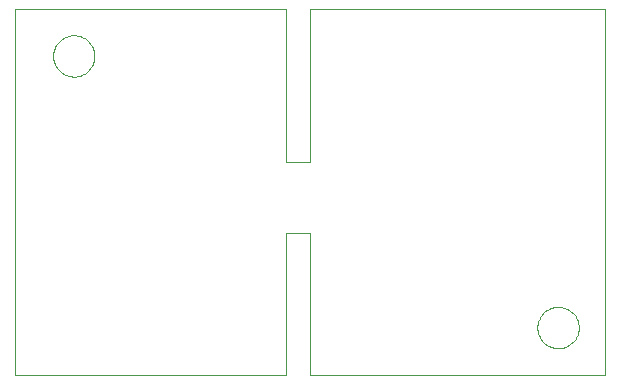
<source format=gm1>
G75*
%MOIN*%
%OFA0B0*%
%FSLAX24Y24*%
%IPPOS*%
%LPD*%
%AMOC8*
5,1,8,0,0,1.08239X$1,22.5*
%
%ADD10C,0.0000*%
D10*
X000401Y000763D02*
X000401Y012967D01*
X009456Y012967D01*
X009456Y007849D01*
X010243Y007849D01*
X010243Y012967D01*
X020086Y012967D01*
X020086Y000763D01*
X010243Y000763D01*
X010243Y005487D01*
X009456Y005487D01*
X009456Y000763D01*
X000401Y000763D01*
X001680Y011393D02*
X001682Y011445D01*
X001688Y011497D01*
X001698Y011548D01*
X001711Y011598D01*
X001729Y011648D01*
X001750Y011695D01*
X001774Y011741D01*
X001803Y011785D01*
X001834Y011827D01*
X001868Y011866D01*
X001905Y011903D01*
X001945Y011936D01*
X001988Y011967D01*
X002032Y011994D01*
X002078Y012018D01*
X002127Y012038D01*
X002176Y012054D01*
X002227Y012067D01*
X002278Y012076D01*
X002330Y012081D01*
X002382Y012082D01*
X002434Y012079D01*
X002486Y012072D01*
X002537Y012061D01*
X002587Y012047D01*
X002636Y012028D01*
X002683Y012006D01*
X002728Y011981D01*
X002772Y011952D01*
X002813Y011920D01*
X002852Y011885D01*
X002887Y011847D01*
X002920Y011806D01*
X002950Y011764D01*
X002976Y011719D01*
X002999Y011672D01*
X003018Y011623D01*
X003034Y011573D01*
X003046Y011523D01*
X003054Y011471D01*
X003058Y011419D01*
X003058Y011367D01*
X003054Y011315D01*
X003046Y011263D01*
X003034Y011213D01*
X003018Y011163D01*
X002999Y011114D01*
X002976Y011067D01*
X002950Y011022D01*
X002920Y010980D01*
X002887Y010939D01*
X002852Y010901D01*
X002813Y010866D01*
X002772Y010834D01*
X002728Y010805D01*
X002683Y010780D01*
X002636Y010758D01*
X002587Y010739D01*
X002537Y010725D01*
X002486Y010714D01*
X002434Y010707D01*
X002382Y010704D01*
X002330Y010705D01*
X002278Y010710D01*
X002227Y010719D01*
X002176Y010732D01*
X002127Y010748D01*
X002078Y010768D01*
X002032Y010792D01*
X001988Y010819D01*
X001945Y010850D01*
X001905Y010883D01*
X001868Y010920D01*
X001834Y010959D01*
X001803Y011001D01*
X001774Y011045D01*
X001750Y011091D01*
X001729Y011138D01*
X001711Y011188D01*
X001698Y011238D01*
X001688Y011289D01*
X001682Y011341D01*
X001680Y011393D01*
X017822Y002337D02*
X017824Y002389D01*
X017830Y002441D01*
X017840Y002492D01*
X017853Y002542D01*
X017871Y002592D01*
X017892Y002639D01*
X017916Y002685D01*
X017945Y002729D01*
X017976Y002771D01*
X018010Y002810D01*
X018047Y002847D01*
X018087Y002880D01*
X018130Y002911D01*
X018174Y002938D01*
X018220Y002962D01*
X018269Y002982D01*
X018318Y002998D01*
X018369Y003011D01*
X018420Y003020D01*
X018472Y003025D01*
X018524Y003026D01*
X018576Y003023D01*
X018628Y003016D01*
X018679Y003005D01*
X018729Y002991D01*
X018778Y002972D01*
X018825Y002950D01*
X018870Y002925D01*
X018914Y002896D01*
X018955Y002864D01*
X018994Y002829D01*
X019029Y002791D01*
X019062Y002750D01*
X019092Y002708D01*
X019118Y002663D01*
X019141Y002616D01*
X019160Y002567D01*
X019176Y002517D01*
X019188Y002467D01*
X019196Y002415D01*
X019200Y002363D01*
X019200Y002311D01*
X019196Y002259D01*
X019188Y002207D01*
X019176Y002157D01*
X019160Y002107D01*
X019141Y002058D01*
X019118Y002011D01*
X019092Y001966D01*
X019062Y001924D01*
X019029Y001883D01*
X018994Y001845D01*
X018955Y001810D01*
X018914Y001778D01*
X018870Y001749D01*
X018825Y001724D01*
X018778Y001702D01*
X018729Y001683D01*
X018679Y001669D01*
X018628Y001658D01*
X018576Y001651D01*
X018524Y001648D01*
X018472Y001649D01*
X018420Y001654D01*
X018369Y001663D01*
X018318Y001676D01*
X018269Y001692D01*
X018220Y001712D01*
X018174Y001736D01*
X018130Y001763D01*
X018087Y001794D01*
X018047Y001827D01*
X018010Y001864D01*
X017976Y001903D01*
X017945Y001945D01*
X017916Y001989D01*
X017892Y002035D01*
X017871Y002082D01*
X017853Y002132D01*
X017840Y002182D01*
X017830Y002233D01*
X017824Y002285D01*
X017822Y002337D01*
M02*

</source>
